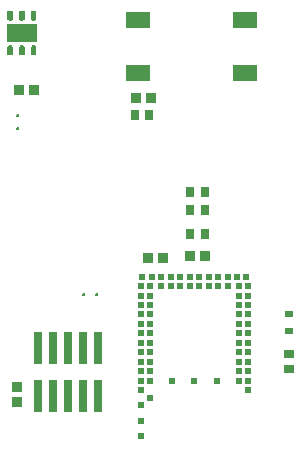
<source format=gtp>
G04*
G04 #@! TF.GenerationSoftware,Altium Limited,Altium Designer,21.3.1 (25)*
G04*
G04 Layer_Color=8421504*
%FSLAX25Y25*%
%MOIN*%
G70*
G04*
G04 #@! TF.SameCoordinates,9192AE54-2D66-49C7-9B86-A226D0D4A20B*
G04*
G04*
G04 #@! TF.FilePolarity,Positive*
G04*
G01*
G75*
%ADD14R,0.07057X0.03514*%
%ADD15R,0.02756X0.03347*%
%ADD16R,0.03347X0.03543*%
%ADD17R,0.03543X0.03347*%
%ADD18R,0.08300X0.05500*%
G04:AMPARAMS|DCode=19|XSize=10mil|YSize=10mil|CornerRadius=1.25mil|HoleSize=0mil|Usage=FLASHONLY|Rotation=180.000|XOffset=0mil|YOffset=0mil|HoleType=Round|Shape=RoundedRectangle|*
%AMROUNDEDRECTD19*
21,1,0.01000,0.00750,0,0,180.0*
21,1,0.00750,0.01000,0,0,180.0*
1,1,0.00250,-0.00375,0.00375*
1,1,0.00250,0.00375,0.00375*
1,1,0.00250,0.00375,-0.00375*
1,1,0.00250,-0.00375,-0.00375*
%
%ADD19ROUNDEDRECTD19*%
G04:AMPARAMS|DCode=20|XSize=10mil|YSize=10mil|CornerRadius=1.25mil|HoleSize=0mil|Usage=FLASHONLY|Rotation=90.000|XOffset=0mil|YOffset=0mil|HoleType=Round|Shape=RoundedRectangle|*
%AMROUNDEDRECTD20*
21,1,0.01000,0.00750,0,0,90.0*
21,1,0.00750,0.01000,0,0,90.0*
1,1,0.00250,0.00375,0.00375*
1,1,0.00250,0.00375,-0.00375*
1,1,0.00250,-0.00375,-0.00375*
1,1,0.00250,-0.00375,0.00375*
%
%ADD20ROUNDEDRECTD20*%
%ADD21R,0.02913X0.10984*%
%ADD22C,0.01595*%
%ADD23R,0.09843X0.06299*%
%ADD24R,0.03150X0.02362*%
G04:AMPARAMS|DCode=25|XSize=19.68mil|YSize=19.68mil|CornerRadius=0mil|HoleSize=0mil|Usage=FLASHONLY|Rotation=270.000|XOffset=0mil|YOffset=0mil|HoleType=Round|Shape=RoundedRectangle|*
%AMROUNDEDRECTD25*
21,1,0.01968,0.01968,0,0,270.0*
21,1,0.01968,0.01968,0,0,270.0*
1,1,0.00000,-0.00984,-0.00984*
1,1,0.00000,-0.00984,0.00984*
1,1,0.00000,0.00984,0.00984*
1,1,0.00000,0.00984,-0.00984*
%
%ADD25ROUNDEDRECTD25*%
G04:AMPARAMS|DCode=26|XSize=19.68mil|YSize=19.68mil|CornerRadius=0mil|HoleSize=0mil|Usage=FLASHONLY|Rotation=0.000|XOffset=0mil|YOffset=0mil|HoleType=Round|Shape=RoundedRectangle|*
%AMROUNDEDRECTD26*
21,1,0.01968,0.01968,0,0,0.0*
21,1,0.01968,0.01968,0,0,0.0*
1,1,0.00000,0.00984,-0.00984*
1,1,0.00000,-0.00984,-0.00984*
1,1,0.00000,-0.00984,0.00984*
1,1,0.00000,0.00984,0.00984*
%
%ADD26ROUNDEDRECTD26*%
%ADD27R,0.01968X0.01968*%
%ADD28R,0.02985X0.03197*%
%ADD29R,0.03347X0.02756*%
G36*
X114065Y126830D02*
X114314Y126580D01*
X114449Y126255D01*
Y126079D01*
Y123618D01*
X112677Y123618D01*
X112677Y126079D01*
Y126255D01*
X112812Y126580D01*
X113061Y126830D01*
X113387Y126964D01*
X113739D01*
X114065Y126830D01*
D02*
G37*
G36*
X118002D02*
X118251Y126580D01*
X118386Y126255D01*
Y126079D01*
Y123618D01*
X116614D01*
Y126079D01*
Y126255D01*
X116749Y126580D01*
X116998Y126830D01*
X117324Y126964D01*
X117676D01*
X118002Y126830D01*
D02*
G37*
G36*
X121939D02*
X122188Y126580D01*
X122323Y126255D01*
Y126079D01*
X122323D01*
Y123618D01*
X120551Y123618D01*
Y126079D01*
Y126255D01*
X120686Y126580D01*
X120935Y126830D01*
X121261Y126964D01*
X121613D01*
X121939Y126830D01*
D02*
G37*
G36*
X114449Y135921D02*
Y135745D01*
X114314Y135420D01*
X114065Y135170D01*
X113739Y135036D01*
X113387D01*
X113061Y135170D01*
X112812Y135420D01*
X112677Y135745D01*
Y135921D01*
X112677Y135921D01*
X112677Y138382D01*
X114449D01*
Y135921D01*
D02*
G37*
G36*
X118386D02*
Y135745D01*
X118251Y135420D01*
X118002Y135170D01*
X117676Y135036D01*
X117324D01*
X116998Y135170D01*
X116749Y135420D01*
X116614Y135745D01*
Y135921D01*
X116614D01*
Y138382D01*
X118386D01*
X118386Y135921D01*
D02*
G37*
G36*
X122323D02*
Y135745D01*
X122188Y135420D01*
X121939Y135170D01*
X121613Y135036D01*
X121261D01*
X120935Y135170D01*
X120686Y135420D01*
X120551Y135745D01*
Y135921D01*
Y138382D01*
X122323D01*
Y135921D01*
D02*
G37*
D14*
X117500Y131000D02*
D03*
D15*
X159994Y103500D02*
D03*
X155073D02*
D03*
X173539Y78000D02*
D03*
X178461D02*
D03*
X173539Y72000D02*
D03*
X178461D02*
D03*
D16*
X173557Y56550D02*
D03*
X178675D02*
D03*
X164679Y56050D02*
D03*
X159561D02*
D03*
X116441Y112000D02*
D03*
X121559D02*
D03*
X155368Y109140D02*
D03*
X160486D02*
D03*
D17*
X115980Y12889D02*
D03*
Y7771D02*
D03*
D18*
X191950Y135350D02*
D03*
X156050D02*
D03*
X191950Y117650D02*
D03*
X156050D02*
D03*
D19*
X138110Y43500D02*
D03*
X142610D02*
D03*
D20*
X116019Y103390D02*
D03*
Y98890D02*
D03*
D21*
X143000Y26012D02*
D03*
X138000D02*
D03*
X133000Y26012D02*
D03*
X128000Y26012D02*
D03*
X123000D02*
D03*
X143000Y9988D02*
D03*
X138000D02*
D03*
X133000Y9988D02*
D03*
X128000Y9988D02*
D03*
X123000D02*
D03*
D22*
X121437Y136709D02*
D03*
X117500Y137496D02*
D03*
X113563Y136798D02*
D03*
Y125291D02*
D03*
X117500Y125202D02*
D03*
X121437Y125202D02*
D03*
D23*
X117500Y131000D02*
D03*
D24*
X206500Y31646D02*
D03*
Y37354D02*
D03*
D25*
X173425Y49725D02*
D03*
X163976Y49725D02*
D03*
X192323D02*
D03*
X189173Y49725D02*
D03*
X186024Y49725D02*
D03*
X182874D02*
D03*
X179724D02*
D03*
X176575Y49725D02*
D03*
X170276D02*
D03*
X167126D02*
D03*
X160827Y49725D02*
D03*
X157677D02*
D03*
D26*
X160236Y9370D02*
D03*
X192913Y15079D02*
D03*
X157087Y46575D02*
D03*
X192913Y18229D02*
D03*
Y21378D02*
D03*
Y24528D02*
D03*
Y27678D02*
D03*
Y30827D02*
D03*
Y33977D02*
D03*
Y37126D02*
D03*
Y40276D02*
D03*
Y43426D02*
D03*
Y46575D02*
D03*
X157087Y43426D02*
D03*
Y40276D02*
D03*
Y37126D02*
D03*
Y33977D02*
D03*
Y30827D02*
D03*
Y27678D02*
D03*
X157087Y24528D02*
D03*
X157087Y21378D02*
D03*
Y18229D02*
D03*
Y15079D02*
D03*
Y11930D02*
D03*
X192913D02*
D03*
X157087Y6811D02*
D03*
Y1693D02*
D03*
Y-3425D02*
D03*
D27*
X189764Y15079D02*
D03*
X186024Y46575D02*
D03*
X160236Y43426D02*
D03*
X189764Y18229D02*
D03*
Y21378D02*
D03*
Y24528D02*
D03*
Y27678D02*
D03*
Y30827D02*
D03*
Y33977D02*
D03*
Y37126D02*
D03*
Y40276D02*
D03*
X189764Y43426D02*
D03*
Y46575D02*
D03*
X182874D02*
D03*
X179724D02*
D03*
X176575D02*
D03*
X173425Y46575D02*
D03*
X170276D02*
D03*
X167126Y46575D02*
D03*
X163976D02*
D03*
X160236D02*
D03*
X160236Y40276D02*
D03*
Y37126D02*
D03*
Y33977D02*
D03*
Y30827D02*
D03*
X160236Y27678D02*
D03*
X160236Y24528D02*
D03*
Y21378D02*
D03*
X160236Y18229D02*
D03*
Y15079D02*
D03*
X175000D02*
D03*
X182382D02*
D03*
X167618D02*
D03*
D28*
X173531Y64000D02*
D03*
X178469D02*
D03*
D29*
X206610Y19039D02*
D03*
Y23961D02*
D03*
M02*

</source>
